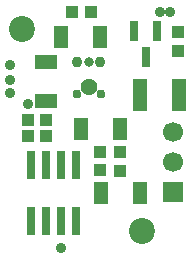
<source format=gts>
%FSLAX42Y42*%
%MOMM*%
G71*
G01*
G75*
G04 Layer_Color=8388736*
%ADD10R,0.60X1.55*%
%ADD11R,0.89X0.89*%
%ADD12R,0.89X0.89*%
%ADD13R,1.10X2.50*%
%ADD14C,0.56*%
%ADD15C,0.61*%
%ADD16C,0.72*%
%ADD17R,0.60X2.20*%
%ADD18R,1.10X1.70*%
%ADD19R,1.70X1.10*%
%ADD20C,0.50*%
%ADD21C,0.25*%
%ADD22C,2.00*%
%ADD23R,1.50X1.50*%
%ADD24C,1.50*%
%ADD25C,1.22*%
%ADD26C,0.70*%
%ADD27C,0.25*%
%ADD28C,0.20*%
%ADD29C,0.10*%
%ADD30R,0.80X1.75*%
%ADD31R,1.09X1.09*%
%ADD32R,1.09X1.09*%
%ADD33R,1.30X2.70*%
%ADD34C,0.77*%
%ADD35C,0.82*%
%ADD36C,0.93*%
%ADD37R,0.80X2.40*%
%ADD38R,1.30X1.90*%
%ADD39R,1.90X1.30*%
%ADD40C,2.20*%
%ADD41R,1.70X1.70*%
%ADD42C,1.70*%
%ADD43C,1.43*%
%ADD44C,0.90*%
D30*
X575Y472D02*
D03*
X385D02*
D03*
X480Y247D02*
D03*
D31*
X750Y460D02*
D03*
Y303D02*
D03*
X90Y-550D02*
D03*
Y-707D02*
D03*
X260Y-710D02*
D03*
Y-553D02*
D03*
D32*
X-140Y630D02*
D03*
X17D02*
D03*
X-360Y-280D02*
D03*
X-518D02*
D03*
X-520Y-420D02*
D03*
X-362D02*
D03*
D33*
X430Y-70D02*
D03*
X760D02*
D03*
D34*
X98Y-64D02*
D03*
X-105D02*
D03*
D35*
X-3Y210D02*
D03*
D36*
X93D02*
D03*
X-100D02*
D03*
D37*
X-110Y-660D02*
D03*
X-237D02*
D03*
X-363D02*
D03*
X-491D02*
D03*
X-110Y-1140D02*
D03*
X-237D02*
D03*
X-363D02*
D03*
X-491D02*
D03*
D38*
X430Y-900D02*
D03*
X100D02*
D03*
X90Y420D02*
D03*
X-240D02*
D03*
X260Y-360D02*
D03*
X-70D02*
D03*
D39*
X-360Y210D02*
D03*
Y-120D02*
D03*
D40*
X450Y-1220D02*
D03*
X-570Y490D02*
D03*
D41*
X710Y-890D02*
D03*
D42*
Y-636D02*
D03*
Y-382D02*
D03*
D43*
X-3Y-0D02*
D03*
D44*
X-670Y-50D02*
D03*
Y60D02*
D03*
Y180D02*
D03*
X690Y630D02*
D03*
X600D02*
D03*
X-520Y-150D02*
D03*
X-240Y-1370D02*
D03*
M02*

</source>
